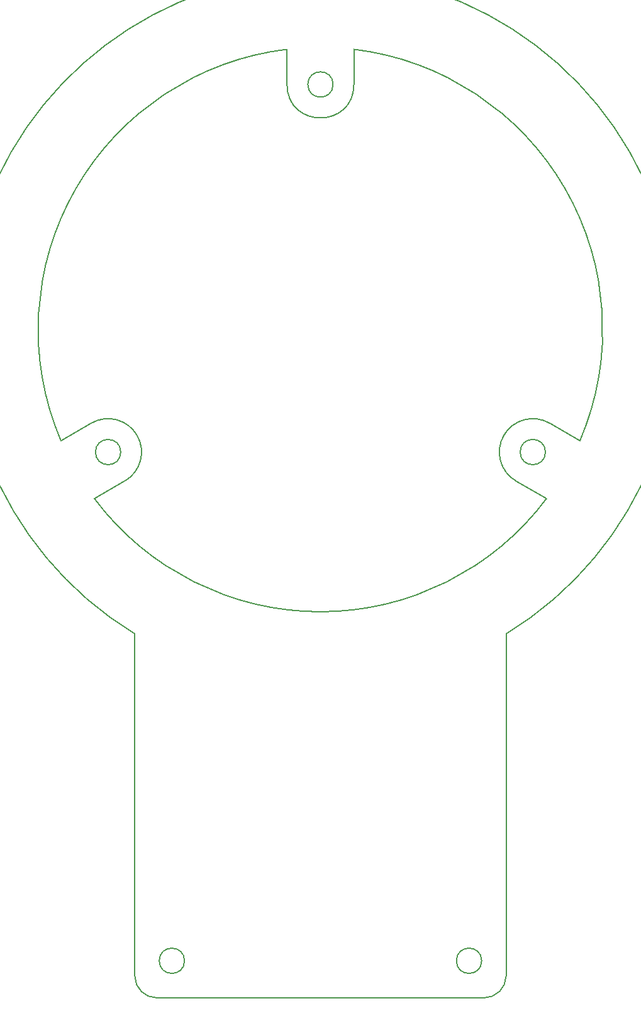
<source format=gbr>
%TF.GenerationSoftware,KiCad,Pcbnew,(6.0.11)*%
%TF.CreationDate,2024-02-10T16:44:09+09:00*%
%TF.ProjectId,IR,49522e6b-6963-4616-945f-706362585858,rev?*%
%TF.SameCoordinates,Original*%
%TF.FileFunction,Profile,NP*%
%FSLAX46Y46*%
G04 Gerber Fmt 4.6, Leading zero omitted, Abs format (unit mm)*
G04 Created by KiCad (PCBNEW (6.0.11)) date 2024-02-10 16:44:09*
%MOMM*%
%LPD*%
G01*
G04 APERTURE LIST*
%TA.AperFunction,Profile*%
%ADD10C,0.200000*%
%TD*%
G04 APERTURE END LIST*
D10*
X162470000Y-120255601D02*
X162470000Y-166279999D01*
X132970000Y-46279999D02*
G75*
G03*
X141970000Y-46279999I4500000J0D01*
G01*
X112470000Y-166279999D02*
X112470000Y-120255601D01*
X159170000Y-164280000D02*
G75*
G03*
X159170000Y-164280000I-1700000J0D01*
G01*
X167897400Y-102043419D02*
X163798839Y-99677114D01*
X132970000Y-41547389D02*
G75*
G03*
X102542600Y-94249191I4500000J-37732611D01*
G01*
X102542600Y-94249191D02*
X106641161Y-91882885D01*
X172397402Y-94249192D02*
G75*
G03*
X141970000Y-41547387I-34927402J14969192D01*
G01*
X159470000Y-169279999D02*
X115470000Y-169279999D01*
X167748838Y-95779999D02*
G75*
G03*
X167748838Y-95779999I-1700000J0D01*
G01*
X159470000Y-169280000D02*
G75*
G03*
X162470000Y-166279999I0J3000000D01*
G01*
X141970000Y-41547387D02*
X141970000Y-46279999D01*
X111141161Y-99677114D02*
X107042600Y-102043419D01*
X168298839Y-91882885D02*
X172397400Y-94249191D01*
X162470000Y-120255601D02*
G75*
G03*
X112470000Y-120255601I-25000000J40975602D01*
G01*
X132970000Y-46279999D02*
X132970000Y-41547387D01*
X107042600Y-102043419D02*
G75*
G03*
X167897400Y-102043419I30427400J22763419D01*
G01*
X110591162Y-95779999D02*
G75*
G03*
X110591162Y-95779999I-1700000J0D01*
G01*
X139170000Y-46279999D02*
G75*
G03*
X139170000Y-46279999I-1700000J0D01*
G01*
X119170000Y-164280000D02*
G75*
G03*
X119170000Y-164280000I-1700000J0D01*
G01*
X112470001Y-166279999D02*
G75*
G03*
X115470000Y-169279999I2999999J-1D01*
G01*
X168298819Y-91882920D02*
G75*
G03*
X163798839Y-99677114I-2250019J-3897080D01*
G01*
X111141181Y-99677148D02*
G75*
G03*
X106641161Y-91882885I-2249981J3897148D01*
G01*
M02*

</source>
